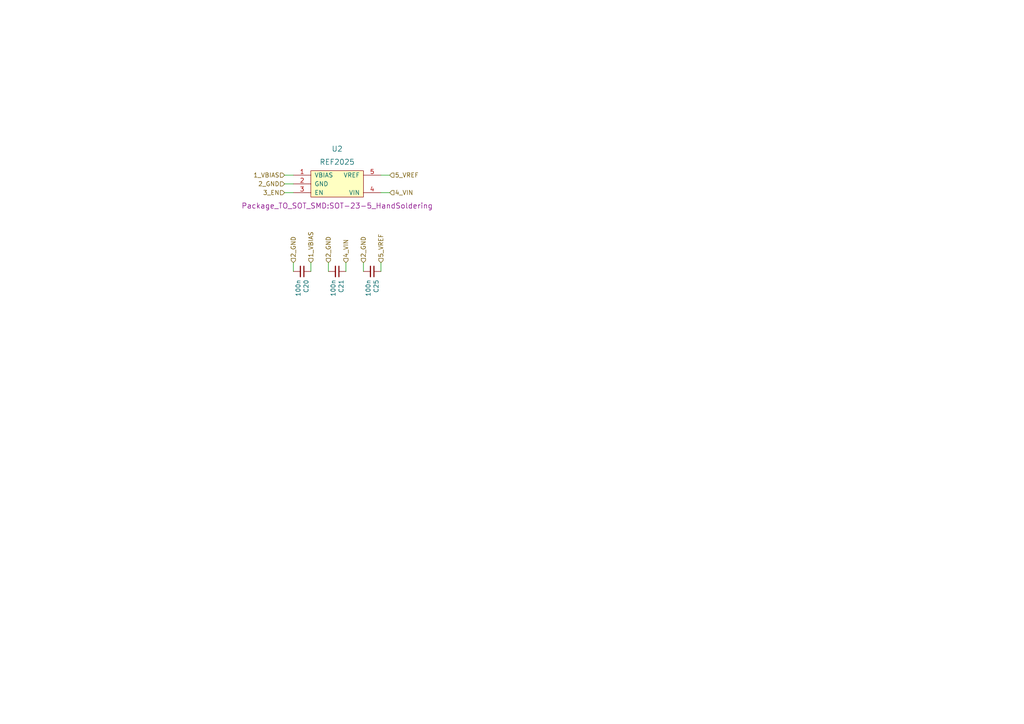
<source format=kicad_sch>
(kicad_sch (version 20210621) (generator eeschema)
  (paper "A4")
  (lib_symbols
    (symbol "FreeEEG32-ads131-rescue:C_Small-Device" (pin_numbers hide) (pin_names (offset 0.254) hide)
      (property "Reference" "C" (at 0.254 1.778 0))
      (property "Value" "C_Small-Device" (at 0.254 -2.032 0))
      (symbol "C_Small-Device_0_1"
        (polyline (pts (xy -1.524 -0.508) (xy 1.524 -0.508)) (stroke (width 0.3302)))
        (polyline (pts (xy -1.524 0.508) (xy 1.524 0.508)) (stroke (width 0.3048)))
      )
      (symbol "C_Small-Device_1_1"
        (pin passive line (at 0 2.54 270) (length 2.032) (name "~") (number "1"))
        (pin passive line (at 0 -2.54 90) (length 2.032) (name "~") (number "2"))
      )
    )
    (symbol "REF2025_2" (pin_names (offset 1.016))
      (property "Reference" "U?" (at 0 10.16 0))
      (property "Value" "REF2025_2" (at 0 6.35 0))
      (symbol "REF2025_2_0_1"
        (rectangle (start -7.62 3.81) (end 7.62 -3.81) (fill (type background)))
      )
      (symbol "REF2025_2_1_1"
        (pin output line (at -12.7 2.54 0) (length 5.08) (name "VBIAS") (number "1"))
        (pin input line (at -12.7 0 0) (length 5.08) (name "GND") (number "2"))
        (pin input line (at -12.7 -2.54 0) (length 5.08) (name "EN") (number "3"))
        (pin input line (at 12.7 -2.54 180) (length 5.08) (name "VIN") (number "4"))
        (pin output line (at 12.7 2.54 180) (length 5.08) (name "VREF") (number "5"))
      )
    )
  )
  (wire (pts (xy 82.55 50.8) (xy 85.09 50.8)))
  (wire (pts (xy 82.55 53.34) (xy 85.09 53.34)))
  (wire (pts (xy 82.55 55.88) (xy 85.09 55.88)))
  (wire (pts (xy 85.09 76.2) (xy 85.09 78.74)))
  (wire (pts (xy 90.17 76.2) (xy 90.17 78.74)))
  (wire (pts (xy 95.25 76.2) (xy 95.25 78.74)))
  (wire (pts (xy 100.33 76.2) (xy 100.33 78.74)))
  (wire (pts (xy 105.41 76.2) (xy 105.41 78.74)))
  (wire (pts (xy 110.49 76.2) (xy 110.49 78.74)))
  (wire (pts (xy 113.03 50.8) (xy 110.49 50.8)))
  (wire (pts (xy 113.03 55.88) (xy 110.49 55.88)))
  (hierarchical_label "1_VBIAS" (shape input) (at 82.55 50.8 180))
  (hierarchical_label "2_GND" (shape input) (at 82.55 53.34 180))
  (hierarchical_label "3_EN" (shape input) (at 82.55 55.88 180))
  (hierarchical_label "2_GND" (shape input) (at 85.09 76.2 90))
  (hierarchical_label "1_VBIAS" (shape input) (at 90.17 76.2 90))
  (hierarchical_label "2_GND" (shape input) (at 95.25 76.2 90))
  (hierarchical_label "4_VIN" (shape input) (at 100.33 76.2 90))
  (hierarchical_label "2_GND" (shape input) (at 105.41 76.2 90))
  (hierarchical_label "5_VREF" (shape input) (at 110.49 76.2 90))
  (hierarchical_label "5_VREF" (shape input) (at 113.03 50.8 0))
  (hierarchical_label "4_VIN" (shape input) (at 113.03 55.88 0))
  (symbol (lib_id "FreeEEG32-ads131-rescue:C_Small-Device") (at 87.63 78.74 270) (unit 1)
    (property "Reference" "C20" (at 88.7984 81.0768 0) (effects (justify left)))
    (property "Value" "100n" (at 86.487 81.0768 0) (effects (justify left)))
    (property "Footprint" "Capacitor_SMD:C_0402_1005Metric" (effects hide))
    (property "MNP" "CL05B104KO5NNNC" (effects hide))
  )
  (symbol (lib_id "FreeEEG32-ads131-rescue:C_Small-Device") (at 97.79 78.74 270) (unit 1)
    (property "Reference" "C21" (at 98.9584 81.0768 0) (effects (justify left)))
    (property "Value" "100n" (at 96.647 81.0768 0) (effects (justify left)))
    (property "Footprint" "Capacitor_SMD:C_0402_1005Metric" (effects hide))
    (property "MNP" "CL05B104KO5NNNC" (effects hide))
  )
  (symbol (lib_id "FreeEEG32-ads131-rescue:C_Small-Device") (at 107.95 78.74 270) (unit 1)
    (property "Reference" "C25" (at 109.1184 81.0768 0) (effects (justify left)))
    (property "Value" "100n" (at 106.807 81.0768 0) (effects (justify left)))
    (property "Footprint" "Capacitor_SMD:C_0402_1005Metric" (effects hide))
    (property "MNP" "CL05B104KO5NNNC" (effects hide))
  )
  (symbol (lib_name "REF2025_2") (lib_id "ads131:REF2025") (at 97.79 53.34 0) (unit 1)
    (property "Reference" "U2" (at 97.79 43.18 0) (effects (font (size 1.524 1.524))))
    (property "Value" "REF2025" (at 97.79 46.99 0) (effects (font (size 1.524 1.524))))
    (property "Footprint" "Package_TO_SOT_SMD:SOT-23-5_HandSoldering" (at 97.79 59.69 0) (effects (font (size 1.524 1.524))))
  )
)
</source>
